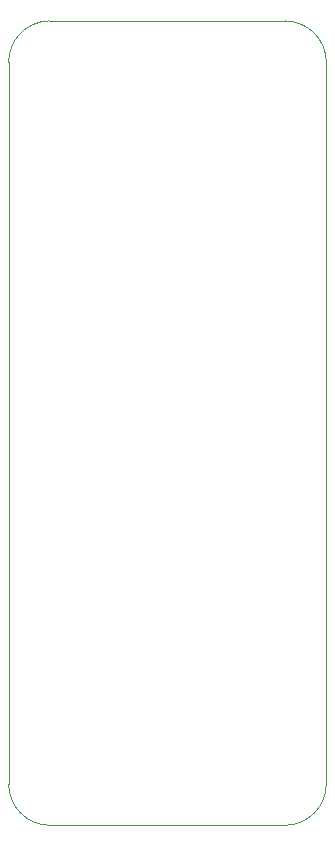
<source format=gbr>
%TF.GenerationSoftware,KiCad,Pcbnew,9.0.7+1*%
%TF.CreationDate,Date%
%TF.ProjectId,Cellule_de_force_V2,43656c6c-756c-4655-9f64-655f666f7263,+ (Unreleased)*%
%TF.SameCoordinates,Original*%
%TF.FileFunction,Profile,NP*%
%FSLAX46Y46*%
G04 Gerber Fmt 4.6, Leading zero omitted, Abs format (unit mm)*
G04 Created by KiCad*
%MOMM*%
%LPD*%
G01*
G04 APERTURE LIST*
%TA.AperFunction,Profile*%
%ADD10C,0.100000*%
%TD*%
G04 APERTURE END LIST*
D10*
X158519955Y-75299945D02*
G75*
G02*
X162000112Y-78800000I-19955J-3500055D01*
G01*
X162000112Y-139900000D02*
G75*
G02*
X158500000Y-143400112I-3500112J0D01*
G01*
X138600000Y-143399845D02*
G75*
G02*
X135100155Y-139900000I0J3499845D01*
G01*
X162000112Y-78800000D02*
X162000112Y-139900000D01*
X158500000Y-143400112D02*
X138600000Y-143399845D01*
X148520000Y-75330000D02*
X158519955Y-75299945D01*
X135098823Y-78800000D02*
X135100155Y-139900000D01*
X135098823Y-78800000D02*
G75*
G02*
X138520046Y-75299736I3501177J0D01*
G01*
X148520000Y-75330000D02*
X138520046Y-75299736D01*
M02*

</source>
